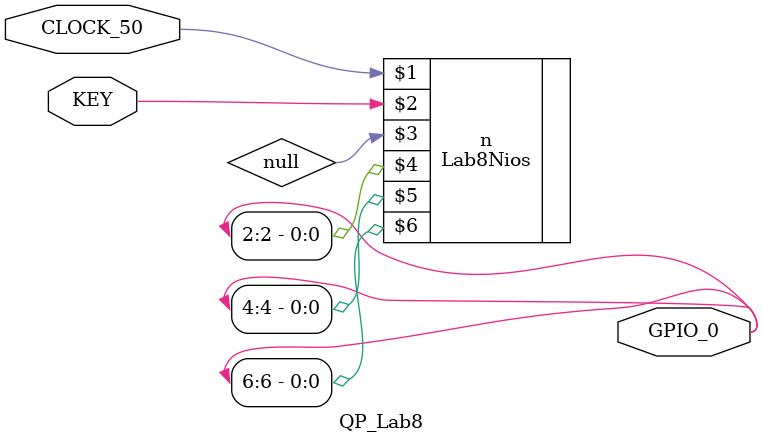
<source format=v>
module QP_Lab8 (CLOCK_50, KEY, GPIO_0);
input CLOCK_50;
input [0:0] KEY;
output [6:2] GPIO_0;


Lab8Nios n (CLOCK_50,KEY[0], null, GPIO_0[2], GPIO_0[4], GPIO_0[6]);

endmodule 
</source>
